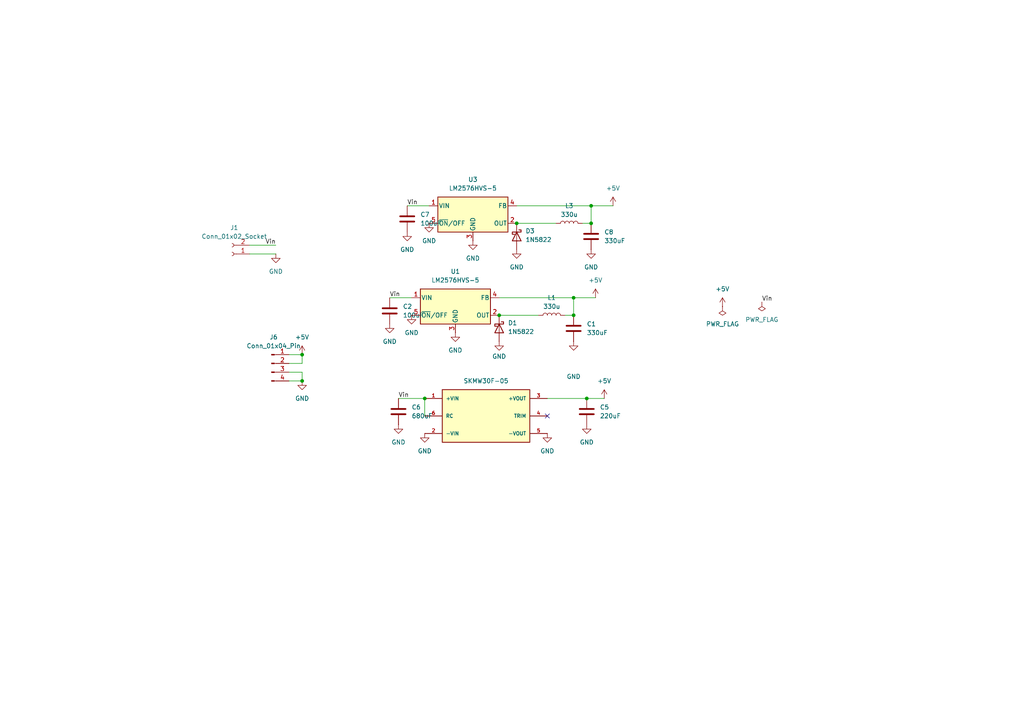
<source format=kicad_sch>
(kicad_sch (version 20250114) (generator "eeschema") (generator_version "9.0")
  (paper "A4")
  (lib_symbols
    (symbol "Connector:Conn_01x02_Socket" (pin_names (offset 1.016) (hide yes))
      (property "Reference" "J" (at 0 2.54 0))
      (property "Value" "Conn_01x02_Socket" (at 0 -5.08 0))
      (symbol "Conn_01x02_Socket_1_1"
        (polyline (pts (xy -1.27 0) (xy -0.508 0)) (stroke (width 0.1524)))
        (polyline (pts (xy -1.27 -2.54) (xy -0.508 -2.54)) (stroke (width 0.1524)))
        (arc (start 0 -0.508) (mid -0.5058 0) (end 0 0.508) (stroke (width 0.1524)))
        (arc (start 0 -3.048) (mid -0.5058 -2.54) (end 0 -2.032) (stroke (width 0.1524)))
        (pin passive line (at -5.08 0 0) (length 3.81) (name "Pin_1") (number "1"))
        (pin passive line (at -5.08 -2.54 0) (length 3.81) (name "Pin_2") (number "2"))
      )
    )
    (symbol "Connector:Conn_01x04_Pin" (pin_names (offset 1.016) (hide yes))
      (property "Reference" "J" (at 0 5.08 0))
      (property "Value" "Conn_01x04_Pin" (at 0 -7.62 0))
      (symbol "Conn_01x04_Pin_1_1"
        (rectangle (start 0.8636 2.667) (end 0 2.413) (stroke (width 0.1524)) (fill (type outline)))
        (rectangle (start 0.8636 0.127) (end 0 -0.127) (stroke (width 0.1524)) (fill (type outline)))
        (rectangle (start 0.8636 -2.413) (end 0 -2.667) (stroke (width 0.1524)) (fill (type outline)))
        (rectangle (start 0.8636 -4.953) (end 0 -5.207) (stroke (width 0.1524)) (fill (type outline)))
        (polyline (pts (xy 1.27 2.54) (xy 0.8636 2.54)) (stroke (width 0.1524)))
        (polyline (pts (xy 1.27 0) (xy 0.8636 0)) (stroke (width 0.1524)))
        (polyline (pts (xy 1.27 -2.54) (xy 0.8636 -2.54)) (stroke (width 0.1524)))
        (polyline (pts (xy 1.27 -5.08) (xy 0.8636 -5.08)) (stroke (width 0.1524)))
        (pin passive line (at 5.08 2.54 180) (length 3.81) (name "Pin_1") (number "1"))
        (pin passive line (at 5.08 0 180) (length 3.81) (name "Pin_2") (number "2"))
        (pin passive line (at 5.08 -2.54 180) (length 3.81) (name "Pin_3") (number "3"))
        (pin passive line (at 5.08 -5.08 180) (length 3.81) (name "Pin_4") (number "4"))
      )
    )
    (symbol "Device:C" (pin_numbers (hide yes)) (pin_names (offset 0.254))
      (property "Reference" "C" (at 0.635 2.54 0))
      (property "Value" "C" (at 0.635 -2.54 0))
      (symbol "C_0_1"
        (polyline (pts (xy -2.032 0.762) (xy 2.032 0.762)) (stroke (width 0.508)))
        (polyline (pts (xy -2.032 -0.762) (xy 2.032 -0.762)) (stroke (width 0.508)))
      )
      (symbol "C_1_1"
        (pin passive line (at 0 3.81 270) (length 2.794) (name "~") (number "1"))
        (pin passive line (at 0 -3.81 90) (length 2.794) (name "~") (number "2"))
      )
    )
    (symbol "Device:L" (pin_numbers (hide yes)) (pin_names (offset 1.016) (hide yes))
      (property "Reference" "L" (at -1.27 0 90))
      (property "Value" "L" (at 1.905 0 90))
      (symbol "L_0_1"
        (arc (start 0 2.54) (mid 0.6323 1.905) (end 0 1.27))
        (arc (start 0 1.27) (mid 0.6323 0.635) (end 0 0))
        (arc (start 0 0) (mid 0.6323 -0.635) (end 0 -1.27))
        (arc (start 0 -1.27) (mid 0.6323 -1.905) (end 0 -2.54))
      )
      (symbol "L_1_1"
        (pin passive line (at 0 3.81 270) (length 1.27) (name "1") (number "1"))
        (pin passive line (at 0 -3.81 90) (length 1.27) (name "2") (number "2"))
      )
    )
    (symbol "Diode:1N5822" (pin_numbers (hide yes)) (pin_names (offset 1.016) (hide yes))
      (property "Reference" "D" (at 0 2.54 0))
      (property "Value" "1N5822" (at 0 -2.54 0))
      (symbol "1N5822_0_1"
        (polyline (pts (xy -1.905 0.635) (xy -1.905 1.27) (xy -1.27 1.27) (xy -1.27 -1.27) (xy -0.635 -1.27) (xy -0.635 -0.635)) (stroke (width 0.254)))
        (polyline (pts (xy 1.27 1.27) (xy 1.27 -1.27) (xy -1.27 0) (xy 1.27 1.27)) (stroke (width 0.254)))
        (polyline (pts (xy 1.27 0) (xy -1.27 0)))
      )
      (symbol "1N5822_1_1"
        (pin passive line (at -3.81 0 0) (length 2.54) (name "K") (number "1"))
        (pin passive line (at 3.81 0 180) (length 2.54) (name "A") (number "2"))
      )
    )
    (symbol "Regulator_Switching:LM2576HVS-5" (pin_names (offset 0.254))
      (property "Reference" "U" (at -10.16 6.35 0))
      (property "Value" "LM2576HVS-5" (at 0 6.35 0))
      (symbol "LM2576HVS-5_0_1"
        (rectangle (start -10.16 5.08) (end 10.16 -5.08) (stroke (width 0.254)) (fill (type background)))
      )
      (symbol "LM2576HVS-5_1_1"
        (pin power_in line (at -12.7 2.54 0) (length 2.54) (name "VIN") (number "1"))
        (pin input line (at -12.7 -2.54 0) (length 2.54) (name "~{ON}/OFF") (number "5"))
        (pin power_in line (at 0 -7.62 90) (length 2.54) (name "GND") (number "3"))
        (pin input line (at 12.7 2.54 180) (length 2.54) (name "FB") (number "4"))
        (pin output line (at 12.7 -2.54 180) (length 2.54) (name "OUT") (number "2"))
      )
    )
    (symbol "power:+5V" (power) (pin_numbers (hide yes)) (pin_names (offset 0) (hide yes))
      (property "Value" "+5V" (at 0 3.556 0))
      (symbol "+5V_0_1"
        (polyline (pts (xy -0.762 1.27) (xy 0 2.54)))
        (polyline (pts (xy 0 2.54) (xy 0.762 1.27)))
        (polyline (pts (xy 0 0) (xy 0 2.54)))
      )
      (symbol "+5V_1_1"
        (pin power_in line (at 0 0 90) (length 0) (name "~") (number "1"))
      )
    )
    (symbol "power:GND" (power) (pin_numbers (hide yes)) (pin_names (offset 0) (hide yes))
      (property "Value" "GND" (at 0 -3.81 0))
      (symbol "GND_0_1"
        (polyline (pts (xy 0 0) (xy 0 -1.27) (xy 1.27 -1.27) (xy 0 -2.54) (xy -1.27 -1.27) (xy 0 -1.27)))
      )
      (symbol "GND_1_1"
        (pin power_in line (at 0 0 270) (length 0) (name "~") (number "1"))
      )
    )
    (symbol "power:PWR_FLAG" (power) (pin_numbers (hide yes)) (pin_names (offset 0) (hide yes))
      (property "Value" "PWR_FLAG" (at 0 3.81 0))
      (symbol "PWR_FLAG_0_0"
        (pin power_out line (at 0 0 90) (length 0) (name "~") (number "1"))
      )
      (symbol "PWR_FLAG_0_1"
        (polyline (pts (xy 0 0) (xy 0 1.27) (xy -1.016 1.905) (xy 0 2.54) (xy 1.016 1.905) (xy 0 1.27)))
      )
    )
    (symbol "uavs_pdb:SKMW30F-05" (pin_names (offset 1.016))
      (property "Reference" "PS" (at -12.7 8.128 0))
      (property "Value" "SKMW30F-05" (at -12.7 -10.16 0))
      (symbol "SKMW30F-05_0_0"
        (rectangle (start -12.7 7.62) (end 12.7 -7.62) (stroke (width 0.254)) (fill (type background)))
        (pin input line (at -17.78 5.08 0) (length 5.08) (name "+VIN") (number "1"))
        (pin passive line (at -17.78 0 0) (length 5.08) (name "RC") (number "6"))
        (pin input line (at -17.78 -5.08 0) (length 5.08) (name "-VIN") (number "2"))
        (pin output line (at 17.78 5.08 180) (length 5.08) (name "+VOUT") (number "3"))
        (pin passive line (at 17.78 0 180) (length 5.08) (name "TRIM") (number "4"))
        (pin output line (at 17.78 -5.08 180) (length 5.08) (name "-VOUT") (number "5"))
      )
    )
  )
  (junction (at 171.45 59.69))
  (junction (at 87.63 110.49))
  (junction (at 171.45 64.77))
  (junction (at 144.78 91.44))
  (junction (at 87.63 102.87))
  (junction (at 149.86 64.77))
  (junction (at 170.18 115.57))
  (junction (at 166.37 91.44))
  (junction (at 123.19 115.57))
  (junction (at 166.37 86.36))
  (no_connect (at 158.75 120.65))
  (wire (pts (xy 87.63 110.49) (xy 83.82 110.49)))
  (wire (pts (xy 83.82 105.41) (xy 87.63 105.41)))
  (wire (pts (xy 149.86 64.77) (xy 161.29 64.77)))
  (wire (pts (xy 123.19 115.57) (xy 123.19 120.65)))
  (wire (pts (xy 113.03 86.36) (xy 119.38 86.36)))
  (wire (pts (xy 87.63 102.87) (xy 83.82 102.87)))
  (wire (pts (xy 166.37 91.44) (xy 163.83 91.44)))
  (wire (pts (xy 80.01 71.12) (xy 72.39 71.12)))
  (wire (pts (xy 118.11 59.69) (xy 124.46 59.69)))
  (wire (pts (xy 83.82 107.95) (xy 87.63 107.95)))
  (wire (pts (xy 87.63 107.95) (xy 87.63 110.49)))
  (wire (pts (xy 87.63 105.41) (xy 87.63 102.87)))
  (wire (pts (xy 171.45 59.69) (xy 177.8 59.69)))
  (wire (pts (xy 175.26 115.57) (xy 170.18 115.57)))
  (wire (pts (xy 166.37 86.36) (xy 172.72 86.36)))
  (wire (pts (xy 80.01 73.66) (xy 72.39 73.66)))
  (wire (pts (xy 144.78 91.44) (xy 156.21 91.44)))
  (wire (pts (xy 158.75 115.57) (xy 170.18 115.57)))
  (wire (pts (xy 171.45 59.69) (xy 171.45 64.77)))
  (wire (pts (xy 166.37 86.36) (xy 166.37 91.44)))
  (wire (pts (xy 149.86 59.69) (xy 171.45 59.69)))
  (wire (pts (xy 115.57 115.57) (xy 123.19 115.57)))
  (wire (pts (xy 144.78 86.36) (xy 166.37 86.36)))
  (wire (pts (xy 171.45 64.77) (xy 168.91 64.77)))
  (label "Vin" (at 113.03 86.36 0))
  (label "Vin" (at 80.01 71.12 180))
  (label "Vin" (at 115.57 115.57 0))
  (label "Vin" (at 220.98 87.63 0))
  (label "Vin" (at 118.11 59.69 0))
  (symbol (lib_id "Device:L") (at 160.02 91.44 90) (unit 1)
    (property "Reference" "L1" (at 160.02 86.36 90))
    (property "Value" "330u" (at 160.02 88.9 90))
    (property "Footprint" "Inductor_THT:L_Axial_L20.0mm_D8.0mm_P5.08mm_Vertical" (effects (hide yes)))
    (property "Description" "Inductor" (effects (hide yes)))
  )
  (symbol (lib_id "power:GND") (at 170.18 123.19 0) (unit 1)
    (property "Reference" "#PWR014" (effects (hide yes)))
    (property "Value" "GND" (at 170.18 128.27 0))
    (property "Description" "Power symbol creates a global label with name \"GND\" , ground" (effects (hide yes)))
  )
  (symbol (lib_id "Device:C") (at 166.37 95.25 0) (unit 1)
    (property "Reference" "C1" (at 170.18 93.9799 0) (effects (justify left)))
    (property "Value" "330uF" (at 170.18 96.5199 0) (effects (justify left)))
    (property "Footprint" "Capacitor_THT:CP_Axial_L29.0mm_D10.0mm_P35.00mm_Horizontal" (effects (hide yes)))
    (property "Description" "Unpolarized capacitor" (effects (hide yes)))
  )
  (symbol (lib_id "Regulator_Switching:LM2576HVS-5") (at 137.16 62.23 0) (unit 1)
    (property "Reference" "U3" (at 137.16 52.07 0))
    (property "Value" "LM2576HVS-5" (at 137.16 54.61 0))
    (property "Footprint" "Package_TO_SOT_SMD:TO-263-5_TabPin3" (effects (hide yes)))
    (property "Datasheet" "http://www.ti.com/lit/ds/symlink/lm2576.pdf" (effects (hide yes)))
    (property "Description" "5V 3A, SIMPLE SWITCHER® Step-Down Voltage Regulator, High Voltage Input, TO-263" (effects (hide yes)))
  )
  (symbol (lib_id "power:GND") (at 118.11 67.31 0) (unit 1)
    (property "Reference" "#PWR021" (effects (hide yes)))
    (property "Value" "GND" (at 118.11 72.39 0))
    (property "Description" "Power symbol creates a global label with name \"GND\" , ground" (effects (hide yes)))
  )
  (symbol (lib_id "Device:C") (at 170.18 119.38 0) (unit 1)
    (property "Reference" "C5" (at 173.99 118.1099 0) (effects (justify left)))
    (property "Value" "220uF" (at 173.99 120.6499 0) (effects (justify left)))
    (property "Footprint" "Capacitor_THT:CP_Axial_L29.0mm_D10.0mm_P35.00mm_Horizontal" (effects (hide yes)))
    (property "Description" "Unpolarized capacitor" (effects (hide yes)))
  )
  (symbol (lib_id "Connector:Conn_01x04_Pin") (at 78.74 105.41 0) (unit 1)
    (property "Reference" "J6" (at 79.375 97.79 0))
    (property "Value" "Conn_01x04_Pin" (at 79.375 100.33 0))
    (property "Footprint" "customdcdc:Molex_Micro-Fit_3.0_43650-0400_1x04_P3.00mm_Horizontal" (effects (hide yes)))
    (property "Description" "Generic connector, single row, 01x04, script generated" (effects (hide yes)))
  )
  (symbol (lib_id "power:GND") (at 158.75 125.73 0) (unit 1)
    (property "Reference" "#PWR016" (effects (hide yes)))
    (property "Value" "GND" (at 158.75 130.81 0))
    (property "Description" "Power symbol creates a global label with name \"GND\" , ground" (effects (hide yes)))
  )
  (symbol (lib_id "power:GND") (at 166.37 99.06 0) (unit 1)
    (property "Reference" "#PWR05" (effects (hide yes)))
    (property "Value" "GND" (at 166.37 109.22 0))
    (property "Description" "Power symbol creates a global label with name \"GND\" , ground" (effects (hide yes)))
  )
  (symbol (lib_id "Device:L") (at 165.1 64.77 90) (unit 1)
    (property "Reference" "L3" (at 165.1 59.69 90))
    (property "Value" "330u" (at 165.1 62.23 90))
    (property "Footprint" "Inductor_THT:L_Axial_L20.0mm_D8.0mm_P5.08mm_Vertical" (effects (hide yes)))
    (property "Description" "Inductor" (effects (hide yes)))
  )
  (symbol (lib_id "power:+5V") (at 87.63 102.87 0) (unit 1)
    (property "Reference" "#PWR09" (effects (hide yes)))
    (property "Value" "+5V" (at 87.63 97.79 0))
    (property "Description" "Power symbol creates a global label with name \"+5V\"" (effects (hide yes)))
  )
  (symbol (lib_id "power:GND") (at 115.57 123.19 0) (unit 1)
    (property "Reference" "#PWR013" (effects (hide yes)))
    (property "Value" "GND" (at 115.57 128.27 0))
    (property "Description" "Power symbol creates a global label with name \"GND\" , ground" (effects (hide yes)))
  )
  (symbol (lib_id "Device:C") (at 115.57 119.38 0) (unit 1)
    (property "Reference" "C6" (at 119.38 118.1099 0) (effects (justify left)))
    (property "Value" "680uF" (at 119.38 120.6499 0) (effects (justify left)))
    (property "Footprint" "Capacitor_THT:CP_Axial_L20.0mm_D10.0mm_P26.00mm_Horizontal" (effects (hide yes)))
    (property "Description" "Unpolarized capacitor" (effects (hide yes)))
  )
  (symbol (lib_id "Device:C") (at 118.11 63.5 0) (unit 1)
    (property "Reference" "C7" (at 121.92 62.2299 0) (effects (justify left)))
    (property "Value" "100uF" (at 121.92 64.7699 0) (effects (justify left)))
    (property "Footprint" "Capacitor_THT:CP_Axial_L29.0mm_D10.0mm_P35.00mm_Horizontal" (effects (hide yes)))
    (property "Description" "Unpolarized capacitor" (effects (hide yes)))
  )
  (symbol (lib_id "Connector:Conn_01x02_Socket") (at 67.31 73.66 180) (unit 1)
    (property "Reference" "J1" (at 67.945 66.04 0))
    (property "Value" "Conn_01x02_Socket" (at 67.945 68.58 0))
    (property "Footprint" "Connector_AMASS:AMASS_XT60PW-F_1x02_P7.20mm_Horizontal" (effects (hide yes)))
    (property "Description" "Generic connector, single row, 01x02, script generated" (effects (hide yes)))
  )
  (symbol (lib_id "power:GND") (at 137.16 69.85 0) (unit 1)
    (property "Reference" "#PWR019" (effects (hide yes)))
    (property "Value" "GND" (at 137.16 74.93 0))
    (property "Description" "Power symbol creates a global label with name \"GND\" , ground" (effects (hide yes)))
  )
  (symbol (lib_id "power:+5V") (at 172.72 86.36 0) (unit 1)
    (property "Reference" "#PWR06" (effects (hide yes)))
    (property "Value" "+5V" (at 172.72 81.28 0))
    (property "Description" "Power symbol creates a global label with name \"+5V\"" (effects (hide yes)))
  )
  (symbol (lib_id "Diode:1N5822") (at 149.86 68.58 270) (unit 1)
    (property "Reference" "D3" (at 152.4 66.9924 90) (effects (justify left)))
    (property "Value" "1N5822" (at 152.4 69.5324 90) (effects (justify left)))
    (property "Footprint" "Diode_THT:D_DO-201AD_P15.24mm_Horizontal" (effects (hide yes)))
    (property "Datasheet" "http://www.vishay.com/docs/88526/1n5820.pdf" (effects (hide yes)))
    (property "Description" "40V 3A Schottky Barrier Rectifier Diode, DO-201AD" (effects (hide yes)))
  )
  (symbol (lib_id "power:GND") (at 123.19 125.73 0) (unit 1)
    (property "Reference" "#PWR015" (effects (hide yes)))
    (property "Value" "GND" (at 123.19 130.81 0))
    (property "Description" "Power symbol creates a global label with name \"GND\" , ground" (effects (hide yes)))
  )
  (symbol (lib_id "power:GND") (at 113.03 93.98 0) (unit 1)
    (property "Reference" "#PWR07" (effects (hide yes)))
    (property "Value" "GND" (at 113.03 99.06 0))
    (property "Description" "Power symbol creates a global label with name \"GND\" , ground" (effects (hide yes)))
  )
  (symbol (lib_id "power:GND") (at 171.45 72.39 0) (unit 1)
    (property "Reference" "#PWR029" (effects (hide yes)))
    (property "Value" "GND" (at 171.45 77.47 0))
    (property "Description" "Power symbol creates a global label with name \"GND\" , ground" (effects (hide yes)))
  )
  (symbol (lib_id "Device:C") (at 113.03 90.17 0) (unit 1)
    (property "Reference" "C2" (at 116.84 88.8999 0) (effects (justify left)))
    (property "Value" "100uF" (at 116.84 91.4399 0) (effects (justify left)))
    (property "Footprint" "Capacitor_THT:CP_Axial_L29.0mm_D10.0mm_P35.00mm_Horizontal" (effects (hide yes)))
    (property "Description" "Unpolarized capacitor" (effects (hide yes)))
  )
  (symbol (lib_id "power:GND") (at 132.08 96.52 0) (unit 1)
    (property "Reference" "#PWR03" (effects (hide yes)))
    (property "Value" "GND" (at 132.08 101.6 0))
    (property "Description" "Power symbol creates a global label with name \"GND\" , ground" (effects (hide yes)))
  )
  (symbol (lib_id "power:GND") (at 80.01 73.66 0) (unit 1)
    (property "Reference" "#PWR01" (effects (hide yes)))
    (property "Value" "GND" (at 80.01 78.74 0))
    (property "Description" "Power symbol creates a global label with name \"GND\" , ground" (effects (hide yes)))
  )
  (symbol (lib_id "uavs_pdb:SKMW30F-05") (at 140.97 120.65 0) (unit 1)
    (property "Reference" "PS1" (effects (hide yes)))
    (property "Value" "SKMW30F-05" (at 140.97 110.49 0))
    (property "Footprint" "customdcdc:CONV_SKMW30F-05" (effects (hide yes)))
    (property "DigiKey_Part_Number" "1866-4667-ND" (effects (hide yes)))
    (property "SnapEDA_Link" "https://www.snapeda.com/parts/SKMW30F-05/Mean+Well/view-part/?ref=snap" (effects (hide yes)))
    (property "SNAPEDA_PACKAGE_ID" "62944" (effects (hide yes)))
    (property "Package" "None" (effects (hide yes)))
    (property "Check_prices" "https://www.snapeda.com/parts/SKMW30F-05/Mean+Well/view-part/?ref=eda" (effects (hide yes)))
    (property "STANDARD" "Manufacturer Recommendations" (effects (hide yes)))
    (property "PARTREV" "2022-05-24" (effects (hide yes)))
    (property "MF" "Mean Well" (effects (hide yes)))
    (property "MP" "SKMW30F-05" (effects (hide yes)))
    (property "Description_1" "DC-DC Converter, 30W, 1x1in, 9-36Vin, 5Vout, 6A | MEAN WELL SKMW30F-05" (effects (hide yes)))
    (property "MANUFACTURER" "MEAN WELL USA Inc." (effects (hide yes)))
    (property "MAXIMUM_PACKAGE_HEIGHT" "10.2mm" (effects (hide yes)))
  )
  (symbol (lib_id "power:+5V") (at 175.26 115.57 0) (unit 1)
    (property "Reference" "#PWR017" (effects (hide yes)))
    (property "Value" "+5V" (at 175.26 110.49 0))
    (property "Description" "Power symbol creates a global label with name \"+5V\"" (effects (hide yes)))
  )
  (symbol (lib_id "Device:C") (at 171.45 68.58 0) (unit 1)
    (property "Reference" "C8" (at 175.26 67.3099 0) (effects (justify left)))
    (property "Value" "330uF" (at 175.26 69.8499 0) (effects (justify left)))
    (property "Footprint" "Capacitor_THT:CP_Axial_L29.0mm_D10.0mm_P35.00mm_Horizontal" (effects (hide yes)))
    (property "Description" "Unpolarized capacitor" (effects (hide yes)))
  )
  (symbol (lib_id "power:PWR_FLAG") (at 209.55 88.9 180) (unit 1)
    (property "Reference" "#FLG01" (effects (hide yes)))
    (property "Value" "PWR_FLAG" (at 209.55 93.98 0))
    (property "Description" "Special symbol for telling ERC where power comes from" (effects (hide yes)))
  )
  (symbol (lib_id "power:GND") (at 144.78 99.06 0) (unit 1)
    (property "Reference" "#PWR04" (effects (hide yes)))
    (property "Value" "GND" (at 144.78 103.378 0))
    (property "Description" "Power symbol creates a global label with name \"GND\" , ground" (effects (hide yes)))
  )
  (symbol (lib_id "power:GND") (at 119.38 91.44 0) (unit 1)
    (property "Reference" "#PWR02" (effects (hide yes)))
    (property "Value" "GND" (at 119.38 96.52 0))
    (property "Description" "Power symbol creates a global label with name \"GND\" , ground" (effects (hide yes)))
  )
  (symbol (lib_id "power:GND") (at 124.46 64.77 0) (unit 1)
    (property "Reference" "#PWR020" (effects (hide yes)))
    (property "Value" "GND" (at 124.46 69.85 0))
    (property "Description" "Power symbol creates a global label with name \"GND\" , ground" (effects (hide yes)))
  )
  (symbol (lib_id "power:+5V") (at 209.55 88.9 0) (unit 1)
    (property "Reference" "#PWR018" (effects (hide yes)))
    (property "Value" "+5V" (at 209.55 83.82 0))
    (property "Description" "Power symbol creates a global label with name \"+5V\"" (effects (hide yes)))
  )
  (symbol (lib_id "power:GND") (at 149.86 72.39 0) (unit 1)
    (property "Reference" "#PWR028" (effects (hide yes)))
    (property "Value" "GND" (at 149.86 77.47 0))
    (property "Description" "Power symbol creates a global label with name \"GND\" , ground" (effects (hide yes)))
  )
  (symbol (lib_id "power:GND") (at 87.63 110.49 0) (unit 1)
    (property "Reference" "#PWR08" (effects (hide yes)))
    (property "Value" "GND" (at 87.63 115.57 0))
    (property "Description" "Power symbol creates a global label with name \"GND\" , ground" (effects (hide yes)))
  )
  (symbol (lib_id "power:+5V") (at 177.8 59.69 0) (unit 1)
    (property "Reference" "#PWR030" (effects (hide yes)))
    (property "Value" "+5V" (at 177.8 54.61 0))
    (property "Description" "Power symbol creates a global label with name \"+5V\"" (effects (hide yes)))
  )
  (symbol (lib_id "Regulator_Switching:LM2576HVS-5") (at 132.08 88.9 0) (unit 1)
    (property "Reference" "U1" (at 132.08 78.74 0))
    (property "Value" "LM2576HVS-5" (at 132.08 81.28 0))
    (property "Footprint" "Package_TO_SOT_SMD:TO-263-5_TabPin3" (effects (hide yes)))
    (property "Datasheet" "http://www.ti.com/lit/ds/symlink/lm2576.pdf" (effects (hide yes)))
    (property "Description" "5V 3A, SIMPLE SWITCHER® Step-Down Voltage Regulator, High Voltage Input, TO-263" (effects (hide yes)))
  )
  (symbol (lib_id "Diode:1N5822") (at 144.78 95.25 270) (unit 1)
    (property "Reference" "D1" (at 147.32 93.6624 90) (effects (justify left)))
    (property "Value" "1N5822" (at 147.32 96.2024 90) (effects (justify left)))
    (property "Footprint" "Diode_THT:D_DO-201AD_P15.24mm_Horizontal" (effects (hide yes)))
    (property "Datasheet" "http://www.vishay.com/docs/88526/1n5820.pdf" (effects (hide yes)))
    (property "Description" "40V 3A Schottky Barrier Rectifier Diode, DO-201AD" (effects (hide yes)))
  )
  (symbol (lib_id "power:PWR_FLAG") (at 220.98 87.63 180) (unit 1)
    (property "Reference" "#FLG02" (effects (hide yes)))
    (property "Value" "PWR_FLAG" (at 220.98 92.71 0))
    (property "Description" "Special symbol for telling ERC where power comes from" (effects (hide yes)))
  )
)
</source>
